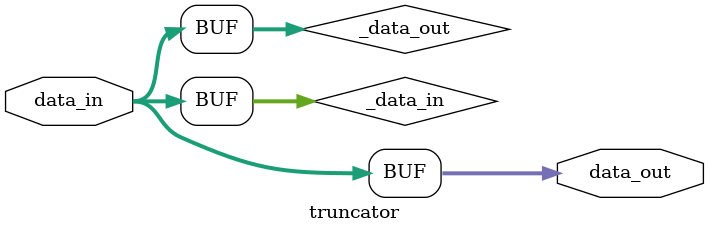
<source format=v>

`timescale 1ns/1ps

module truncator #(
/*$*/
	parameter				 TRUNCATION_MODE						 = "MSB",
	parameter				 DATA_IN_BITWIDTH						 = 32,
	parameter				 DATA_OUT_BITWIDTH						 = 32
/*@*/
)(
		
	input						[DATA_IN_BITWIDTH   -1 : 0]		data_in,
	
	output						[DATA_OUT_BITWIDTH	-1 : 0]		data_out
);
	
	wire			signed		[DATA_IN_BITWIDTH   -1 : 0]		_data_in;
	wire			signed		[DATA_OUT_BITWIDTH	-1 : 0]		_data_out;
	
	assign			_data_in = data_in;
	
	
	if		(TRUNCATION_MODE == "MSB")	
		assign 		_data_out = _data_in [DATA_OUT_BITWIDTH	-1 : 0];
		
	else if (TRUNCATION_MODE == "LSB")
		assign 		_data_out = _data_in [DATA_IN_BITWIDTH   -1 : DATA_IN_BITWIDTH - DATA_OUT_BITWIDTH];
	
	assign			data_out = _data_out;
	
endmodule
</source>
